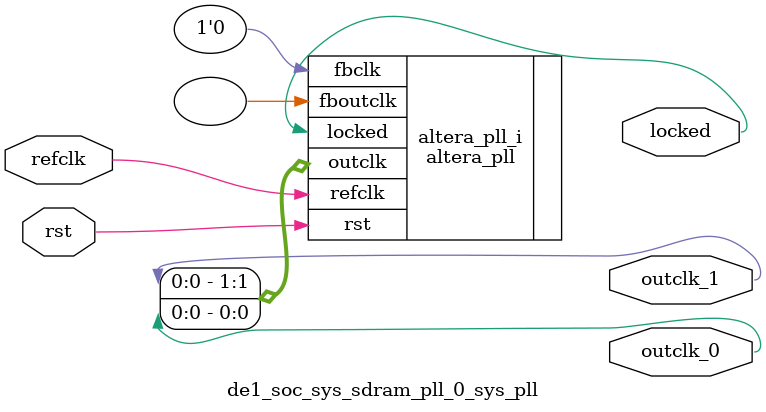
<source format=v>
`timescale 1ns/10ps
module  de1_soc_sys_sdram_pll_0_sys_pll(

	// interface 'refclk'
	input wire refclk,

	// interface 'reset'
	input wire rst,

	// interface 'outclk0'
	output wire outclk_0,

	// interface 'outclk1'
	output wire outclk_1,

	// interface 'locked'
	output wire locked
);

	altera_pll #(
		.fractional_vco_multiplier("false"),
		.reference_clock_frequency("50.0 MHz"),
		.operation_mode("direct"),
		.number_of_clocks(2),
		.output_clock_frequency0("50.000000 MHz"),
		.phase_shift0("0 ps"),
		.duty_cycle0(50),
		.output_clock_frequency1("50.000000 MHz"),
		.phase_shift1("-3000 ps"),
		.duty_cycle1(50),
		.output_clock_frequency2("0 MHz"),
		.phase_shift2("0 ps"),
		.duty_cycle2(50),
		.output_clock_frequency3("0 MHz"),
		.phase_shift3("0 ps"),
		.duty_cycle3(50),
		.output_clock_frequency4("0 MHz"),
		.phase_shift4("0 ps"),
		.duty_cycle4(50),
		.output_clock_frequency5("0 MHz"),
		.phase_shift5("0 ps"),
		.duty_cycle5(50),
		.output_clock_frequency6("0 MHz"),
		.phase_shift6("0 ps"),
		.duty_cycle6(50),
		.output_clock_frequency7("0 MHz"),
		.phase_shift7("0 ps"),
		.duty_cycle7(50),
		.output_clock_frequency8("0 MHz"),
		.phase_shift8("0 ps"),
		.duty_cycle8(50),
		.output_clock_frequency9("0 MHz"),
		.phase_shift9("0 ps"),
		.duty_cycle9(50),
		.output_clock_frequency10("0 MHz"),
		.phase_shift10("0 ps"),
		.duty_cycle10(50),
		.output_clock_frequency11("0 MHz"),
		.phase_shift11("0 ps"),
		.duty_cycle11(50),
		.output_clock_frequency12("0 MHz"),
		.phase_shift12("0 ps"),
		.duty_cycle12(50),
		.output_clock_frequency13("0 MHz"),
		.phase_shift13("0 ps"),
		.duty_cycle13(50),
		.output_clock_frequency14("0 MHz"),
		.phase_shift14("0 ps"),
		.duty_cycle14(50),
		.output_clock_frequency15("0 MHz"),
		.phase_shift15("0 ps"),
		.duty_cycle15(50),
		.output_clock_frequency16("0 MHz"),
		.phase_shift16("0 ps"),
		.duty_cycle16(50),
		.output_clock_frequency17("0 MHz"),
		.phase_shift17("0 ps"),
		.duty_cycle17(50),
		.pll_type("General"),
		.pll_subtype("General")
	) altera_pll_i (
		.rst	(rst),
		.outclk	({outclk_1, outclk_0}),
		.locked	(locked),
		.fboutclk	( ),
		.fbclk	(1'b0),
		.refclk	(refclk)
	);
endmodule


</source>
